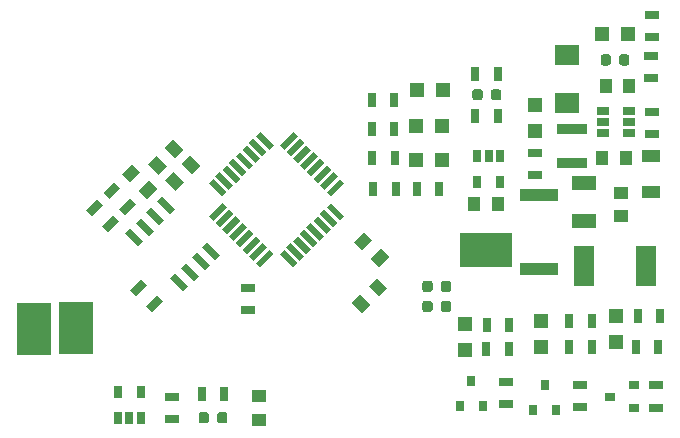
<source format=gbr>
G04 #@! TF.GenerationSoftware,KiCad,Pcbnew,(5.1.10-1-10_14)*
G04 #@! TF.CreationDate,2021-10-01T01:12:16-04:00*
G04 #@! TF.ProjectId,throttle,7468726f-7474-46c6-952e-6b696361645f,rev?*
G04 #@! TF.SameCoordinates,Original*
G04 #@! TF.FileFunction,Paste,Top*
G04 #@! TF.FilePolarity,Positive*
%FSLAX46Y46*%
G04 Gerber Fmt 4.6, Leading zero omitted, Abs format (unit mm)*
G04 Created by KiCad (PCBNEW (5.1.10-1-10_14)) date 2021-10-01 01:12:16*
%MOMM*%
%LPD*%
G01*
G04 APERTURE LIST*
%ADD10C,0.100000*%
%ADD11R,1.250000X1.000000*%
%ADD12R,0.700000X1.300000*%
%ADD13R,1.780000X3.500000*%
%ADD14R,1.000000X1.250000*%
%ADD15R,2.500000X0.900000*%
%ADD16R,2.000000X1.200000*%
%ADD17R,1.300000X0.700000*%
%ADD18R,3.200000X1.000000*%
%ADD19R,1.060000X0.650000*%
%ADD20R,1.600000X1.000000*%
%ADD21R,2.159000X1.778000*%
%ADD22R,1.200000X1.200000*%
%ADD23R,0.900000X0.800000*%
%ADD24R,0.800000X0.900000*%
%ADD25R,0.650000X1.060000*%
%ADD26R,3.000000X4.500000*%
%ADD27R,4.500000X3.000000*%
G04 APERTURE END LIST*
D10*
G36*
X188793666Y-79535445D02*
G01*
X188404757Y-79146536D01*
X189536128Y-78015165D01*
X189925037Y-78404074D01*
X188793666Y-79535445D01*
G37*
G36*
X189359352Y-80101130D02*
G01*
X188970443Y-79712221D01*
X190101814Y-78580850D01*
X190490723Y-78969759D01*
X189359352Y-80101130D01*
G37*
G36*
X189925037Y-80666816D02*
G01*
X189536128Y-80277907D01*
X190667499Y-79146536D01*
X191056408Y-79535445D01*
X189925037Y-80666816D01*
G37*
G36*
X190490722Y-81232501D02*
G01*
X190101813Y-80843592D01*
X191233184Y-79712221D01*
X191622093Y-80101130D01*
X190490722Y-81232501D01*
G37*
G36*
X191056408Y-81798187D02*
G01*
X190667499Y-81409278D01*
X191798870Y-80277907D01*
X192187779Y-80666816D01*
X191056408Y-81798187D01*
G37*
G36*
X191622093Y-82363872D02*
G01*
X191233184Y-81974963D01*
X192364555Y-80843592D01*
X192753464Y-81232501D01*
X191622093Y-82363872D01*
G37*
G36*
X192187779Y-82929557D02*
G01*
X191798870Y-82540648D01*
X192930241Y-81409277D01*
X193319150Y-81798186D01*
X192187779Y-82929557D01*
G37*
G36*
X192753464Y-83495243D02*
G01*
X192364555Y-83106334D01*
X193495926Y-81974963D01*
X193884835Y-82363872D01*
X192753464Y-83495243D01*
G37*
G36*
X195935445Y-83106334D02*
G01*
X195546536Y-83495243D01*
X194415165Y-82363872D01*
X194804074Y-81974963D01*
X195935445Y-83106334D01*
G37*
G36*
X196501130Y-82540648D02*
G01*
X196112221Y-82929557D01*
X194980850Y-81798186D01*
X195369759Y-81409277D01*
X196501130Y-82540648D01*
G37*
G36*
X197066816Y-81974963D02*
G01*
X196677907Y-82363872D01*
X195546536Y-81232501D01*
X195935445Y-80843592D01*
X197066816Y-81974963D01*
G37*
G36*
X197632501Y-81409278D02*
G01*
X197243592Y-81798187D01*
X196112221Y-80666816D01*
X196501130Y-80277907D01*
X197632501Y-81409278D01*
G37*
G36*
X198198187Y-80843592D02*
G01*
X197809278Y-81232501D01*
X196677907Y-80101130D01*
X197066816Y-79712221D01*
X198198187Y-80843592D01*
G37*
G36*
X198763872Y-80277907D02*
G01*
X198374963Y-80666816D01*
X197243592Y-79535445D01*
X197632501Y-79146536D01*
X198763872Y-80277907D01*
G37*
G36*
X199329557Y-79712221D02*
G01*
X198940648Y-80101130D01*
X197809277Y-78969759D01*
X198198186Y-78580850D01*
X199329557Y-79712221D01*
G37*
G36*
X199895243Y-79146536D02*
G01*
X199506334Y-79535445D01*
X198374963Y-78404074D01*
X198763872Y-78015165D01*
X199895243Y-79146536D01*
G37*
G36*
X198763872Y-77484835D02*
G01*
X198374963Y-77095926D01*
X199506334Y-75964555D01*
X199895243Y-76353464D01*
X198763872Y-77484835D01*
G37*
G36*
X198198186Y-76919150D02*
G01*
X197809277Y-76530241D01*
X198940648Y-75398870D01*
X199329557Y-75787779D01*
X198198186Y-76919150D01*
G37*
G36*
X197632501Y-76353464D02*
G01*
X197243592Y-75964555D01*
X198374963Y-74833184D01*
X198763872Y-75222093D01*
X197632501Y-76353464D01*
G37*
G36*
X197066816Y-75787779D02*
G01*
X196677907Y-75398870D01*
X197809278Y-74267499D01*
X198198187Y-74656408D01*
X197066816Y-75787779D01*
G37*
G36*
X196501130Y-75222093D02*
G01*
X196112221Y-74833184D01*
X197243592Y-73701813D01*
X197632501Y-74090722D01*
X196501130Y-75222093D01*
G37*
G36*
X195935445Y-74656408D02*
G01*
X195546536Y-74267499D01*
X196677907Y-73136128D01*
X197066816Y-73525037D01*
X195935445Y-74656408D01*
G37*
G36*
X195369759Y-74090723D02*
G01*
X194980850Y-73701814D01*
X196112221Y-72570443D01*
X196501130Y-72959352D01*
X195369759Y-74090723D01*
G37*
G36*
X194804074Y-73525037D02*
G01*
X194415165Y-73136128D01*
X195546536Y-72004757D01*
X195935445Y-72393666D01*
X194804074Y-73525037D01*
G37*
G36*
X193884835Y-73136128D02*
G01*
X193495926Y-73525037D01*
X192364555Y-72393666D01*
X192753464Y-72004757D01*
X193884835Y-73136128D01*
G37*
G36*
X193319150Y-73701814D02*
G01*
X192930241Y-74090723D01*
X191798870Y-72959352D01*
X192187779Y-72570443D01*
X193319150Y-73701814D01*
G37*
G36*
X192753464Y-74267499D02*
G01*
X192364555Y-74656408D01*
X191233184Y-73525037D01*
X191622093Y-73136128D01*
X192753464Y-74267499D01*
G37*
G36*
X192187779Y-74833184D02*
G01*
X191798870Y-75222093D01*
X190667499Y-74090722D01*
X191056408Y-73701813D01*
X192187779Y-74833184D01*
G37*
G36*
X191622093Y-75398870D02*
G01*
X191233184Y-75787779D01*
X190101813Y-74656408D01*
X190490722Y-74267499D01*
X191622093Y-75398870D01*
G37*
G36*
X191056408Y-75964555D02*
G01*
X190667499Y-76353464D01*
X189536128Y-75222093D01*
X189925037Y-74833184D01*
X191056408Y-75964555D01*
G37*
G36*
X190490723Y-76530241D02*
G01*
X190101814Y-76919150D01*
X188970443Y-75787779D01*
X189359352Y-75398870D01*
X190490723Y-76530241D01*
G37*
G36*
X189925037Y-77095926D02*
G01*
X189536128Y-77484835D01*
X188404757Y-76353464D01*
X188793666Y-75964555D01*
X189925037Y-77095926D01*
G37*
D11*
X192650000Y-94375000D03*
X192650000Y-96375000D03*
D12*
X210968000Y-67096000D03*
X212868000Y-67096000D03*
X220843000Y-90191000D03*
X218943000Y-90191000D03*
X226475000Y-90225000D03*
X224575000Y-90225000D03*
D13*
X225450000Y-83350000D03*
X220170000Y-83350000D03*
D14*
X223725000Y-74200000D03*
X221725000Y-74200000D03*
X222025000Y-68125000D03*
X224025000Y-68125000D03*
G36*
G01*
X221575000Y-66181250D02*
X221575000Y-65668750D01*
G75*
G02*
X221793750Y-65450000I218750J0D01*
G01*
X222231250Y-65450000D01*
G75*
G02*
X222450000Y-65668750I0J-218750D01*
G01*
X222450000Y-66181250D01*
G75*
G02*
X222231250Y-66400000I-218750J0D01*
G01*
X221793750Y-66400000D01*
G75*
G02*
X221575000Y-66181250I0J218750D01*
G01*
G37*
G36*
G01*
X223150000Y-66181250D02*
X223150000Y-65668750D01*
G75*
G02*
X223368750Y-65450000I218750J0D01*
G01*
X223806250Y-65450000D01*
G75*
G02*
X224025000Y-65668750I0J-218750D01*
G01*
X224025000Y-66181250D01*
G75*
G02*
X223806250Y-66400000I-218750J0D01*
G01*
X223368750Y-66400000D01*
G75*
G02*
X223150000Y-66181250I0J218750D01*
G01*
G37*
D15*
X219175000Y-71775000D03*
X219175000Y-74675000D03*
D16*
X220200000Y-76375000D03*
X220200000Y-79575000D03*
D17*
X225900000Y-72200000D03*
X225900000Y-70300000D03*
X225875000Y-65550000D03*
X225875000Y-67450000D03*
D18*
X216350000Y-83600000D03*
X216350000Y-77400000D03*
D19*
X223975000Y-72150000D03*
X223975000Y-71200000D03*
X223975000Y-70250000D03*
X221775000Y-70250000D03*
X221775000Y-72150000D03*
X221775000Y-71200000D03*
D20*
X225850000Y-77075000D03*
X225850000Y-74075000D03*
D11*
X223275000Y-77175000D03*
X223275000Y-79175000D03*
D21*
X218775000Y-69607000D03*
X218775000Y-65543000D03*
D22*
X221675000Y-63750000D03*
X223875000Y-63750000D03*
D17*
X225900000Y-64000000D03*
X225900000Y-62100000D03*
D14*
X210850000Y-78150000D03*
X212850000Y-78150000D03*
D10*
G36*
X186995495Y-75588388D02*
G01*
X186111612Y-74704505D01*
X186818719Y-73997398D01*
X187702602Y-74881281D01*
X186995495Y-75588388D01*
G37*
G36*
X185581281Y-77002602D02*
G01*
X184697398Y-76118719D01*
X185404505Y-75411612D01*
X186288388Y-76295495D01*
X185581281Y-77002602D01*
G37*
G36*
X184156281Y-75652602D02*
G01*
X183272398Y-74768719D01*
X183979505Y-74061612D01*
X184863388Y-74945495D01*
X184156281Y-75652602D01*
G37*
G36*
X185570495Y-74238388D02*
G01*
X184686612Y-73354505D01*
X185393719Y-72647398D01*
X186277602Y-73531281D01*
X185570495Y-74238388D01*
G37*
G36*
X202086612Y-82770495D02*
G01*
X202970495Y-81886612D01*
X203677602Y-82593719D01*
X202793719Y-83477602D01*
X202086612Y-82770495D01*
G37*
G36*
X200672398Y-81356281D02*
G01*
X201556281Y-80472398D01*
X202263388Y-81179505D01*
X201379505Y-82063388D01*
X200672398Y-81356281D01*
G37*
G36*
X202820495Y-85938388D02*
G01*
X201936612Y-85054505D01*
X202643719Y-84347398D01*
X203527602Y-85231281D01*
X202820495Y-85938388D01*
G37*
G36*
X201406281Y-87352602D02*
G01*
X200522398Y-86468719D01*
X201229505Y-85761612D01*
X202113388Y-86645495D01*
X201406281Y-87352602D01*
G37*
G36*
X184027602Y-76818719D02*
G01*
X183143719Y-77702602D01*
X182436612Y-76995495D01*
X183320495Y-76111612D01*
X184027602Y-76818719D01*
G37*
G36*
X182613388Y-75404505D02*
G01*
X181729505Y-76288388D01*
X181022398Y-75581281D01*
X181906281Y-74697398D01*
X182613388Y-75404505D01*
G37*
D22*
X205950000Y-74400000D03*
X208150000Y-74400000D03*
X205950000Y-71500000D03*
X208150000Y-71500000D03*
X208200000Y-68450000D03*
X206000000Y-68450000D03*
X222859000Y-87636000D03*
X222859000Y-89836000D03*
X216550000Y-88046000D03*
X216550000Y-90246000D03*
X210125000Y-88300000D03*
X210125000Y-90500000D03*
X216000000Y-71945000D03*
X216000000Y-69745000D03*
D23*
X222339000Y-94431000D03*
X224439000Y-93481000D03*
X224439000Y-95381000D03*
D24*
X216843000Y-93466000D03*
X217793000Y-95566000D03*
X215893000Y-95566000D03*
X210639000Y-93111000D03*
X211589000Y-95211000D03*
X209689000Y-95211000D03*
D17*
X185325000Y-96325000D03*
X185325000Y-94425000D03*
G36*
G01*
X208050000Y-87056250D02*
X208050000Y-86543750D01*
G75*
G02*
X208268750Y-86325000I218750J0D01*
G01*
X208706250Y-86325000D01*
G75*
G02*
X208925000Y-86543750I0J-218750D01*
G01*
X208925000Y-87056250D01*
G75*
G02*
X208706250Y-87275000I-218750J0D01*
G01*
X208268750Y-87275000D01*
G75*
G02*
X208050000Y-87056250I0J218750D01*
G01*
G37*
G36*
G01*
X206475000Y-87056250D02*
X206475000Y-86543750D01*
G75*
G02*
X206693750Y-86325000I218750J0D01*
G01*
X207131250Y-86325000D01*
G75*
G02*
X207350000Y-86543750I0J-218750D01*
G01*
X207350000Y-87056250D01*
G75*
G02*
X207131250Y-87275000I-218750J0D01*
G01*
X206693750Y-87275000D01*
G75*
G02*
X206475000Y-87056250I0J218750D01*
G01*
G37*
G36*
G01*
X208925000Y-84843750D02*
X208925000Y-85356250D01*
G75*
G02*
X208706250Y-85575000I-218750J0D01*
G01*
X208268750Y-85575000D01*
G75*
G02*
X208050000Y-85356250I0J218750D01*
G01*
X208050000Y-84843750D01*
G75*
G02*
X208268750Y-84625000I218750J0D01*
G01*
X208706250Y-84625000D01*
G75*
G02*
X208925000Y-84843750I0J-218750D01*
G01*
G37*
G36*
G01*
X207350000Y-84843750D02*
X207350000Y-85356250D01*
G75*
G02*
X207131250Y-85575000I-218750J0D01*
G01*
X206693750Y-85575000D01*
G75*
G02*
X206475000Y-85356250I0J218750D01*
G01*
X206475000Y-84843750D01*
G75*
G02*
X206693750Y-84625000I218750J0D01*
G01*
X207131250Y-84625000D01*
G75*
G02*
X207350000Y-84843750I0J-218750D01*
G01*
G37*
G36*
G01*
X189112500Y-96481250D02*
X189112500Y-95968750D01*
G75*
G02*
X189331250Y-95750000I218750J0D01*
G01*
X189768750Y-95750000D01*
G75*
G02*
X189987500Y-95968750I0J-218750D01*
G01*
X189987500Y-96481250D01*
G75*
G02*
X189768750Y-96700000I-218750J0D01*
G01*
X189331250Y-96700000D01*
G75*
G02*
X189112500Y-96481250I0J218750D01*
G01*
G37*
G36*
G01*
X187537500Y-96481250D02*
X187537500Y-95968750D01*
G75*
G02*
X187756250Y-95750000I218750J0D01*
G01*
X188193750Y-95750000D01*
G75*
G02*
X188412500Y-95968750I0J-218750D01*
G01*
X188412500Y-96481250D01*
G75*
G02*
X188193750Y-96700000I-218750J0D01*
G01*
X187756250Y-96700000D01*
G75*
G02*
X187537500Y-96481250I0J218750D01*
G01*
G37*
D12*
X189700000Y-94225000D03*
X187800000Y-94225000D03*
X204134000Y-74196000D03*
X202234000Y-74196000D03*
X202200000Y-71775000D03*
X204100000Y-71775000D03*
X204100000Y-69350000D03*
X202200000Y-69350000D03*
G36*
G01*
X213168500Y-68617750D02*
X213168500Y-69130250D01*
G75*
G02*
X212949750Y-69349000I-218750J0D01*
G01*
X212512250Y-69349000D01*
G75*
G02*
X212293500Y-69130250I0J218750D01*
G01*
X212293500Y-68617750D01*
G75*
G02*
X212512250Y-68399000I218750J0D01*
G01*
X212949750Y-68399000D01*
G75*
G02*
X213168500Y-68617750I0J-218750D01*
G01*
G37*
G36*
G01*
X211593500Y-68617750D02*
X211593500Y-69130250D01*
G75*
G02*
X211374750Y-69349000I-218750J0D01*
G01*
X210937250Y-69349000D01*
G75*
G02*
X210718500Y-69130250I0J218750D01*
G01*
X210718500Y-68617750D01*
G75*
G02*
X210937250Y-68399000I218750J0D01*
G01*
X211374750Y-68399000D01*
G75*
G02*
X211593500Y-68617750I0J-218750D01*
G01*
G37*
X210968000Y-70652000D03*
X212868000Y-70652000D03*
X224714000Y-87631000D03*
X226614000Y-87631000D03*
D17*
X226275000Y-93481000D03*
X226275000Y-95381000D03*
D12*
X220843000Y-88041000D03*
X218943000Y-88041000D03*
D17*
X219843000Y-93441000D03*
X219843000Y-95341000D03*
D12*
X211925000Y-88350000D03*
X213825000Y-88350000D03*
X211914000Y-90361000D03*
X213814000Y-90361000D03*
D17*
X213589000Y-95086000D03*
X213589000Y-93186000D03*
D10*
G36*
X180913605Y-76769366D02*
G01*
X179994366Y-77688605D01*
X179499391Y-77193630D01*
X180418630Y-76274391D01*
X180913605Y-76769366D01*
G37*
G36*
X182257107Y-78112868D02*
G01*
X181337868Y-79032107D01*
X180842893Y-78537132D01*
X181762132Y-77617893D01*
X182257107Y-78112868D01*
G37*
D17*
X216050000Y-73770000D03*
X216050000Y-75670000D03*
D10*
G36*
X180778858Y-79559619D02*
G01*
X179859619Y-80478858D01*
X179364644Y-79983883D01*
X180283883Y-79064644D01*
X180778858Y-79559619D01*
G37*
G36*
X179435356Y-78216117D02*
G01*
X178516117Y-79135356D01*
X178021142Y-78640381D01*
X178940381Y-77721142D01*
X179435356Y-78216117D01*
G37*
G36*
X183185356Y-84991117D02*
G01*
X182266117Y-85910356D01*
X181771142Y-85415381D01*
X182690381Y-84496142D01*
X183185356Y-84991117D01*
G37*
G36*
X184528858Y-86334619D02*
G01*
X183609619Y-87253858D01*
X183114644Y-86758883D01*
X184033883Y-85839644D01*
X184528858Y-86334619D01*
G37*
D12*
X206025000Y-76850000D03*
X207925000Y-76850000D03*
X204250000Y-76850000D03*
X202350000Y-76850000D03*
D25*
X180733000Y-94040000D03*
X182633000Y-94040000D03*
X182633000Y-96240000D03*
X181683000Y-96240000D03*
X180733000Y-96240000D03*
X213056000Y-76240000D03*
X211156000Y-76240000D03*
X211156000Y-74040000D03*
X212106000Y-74040000D03*
X213056000Y-74040000D03*
D10*
G36*
X182853913Y-81273726D02*
G01*
X182429649Y-81697990D01*
X181333633Y-80601974D01*
X181757897Y-80177710D01*
X182853913Y-81273726D01*
G37*
G36*
X183751939Y-80375700D02*
G01*
X183327675Y-80799964D01*
X182231659Y-79703948D01*
X182655923Y-79279684D01*
X183751939Y-80375700D01*
G37*
G36*
X184649964Y-79477675D02*
G01*
X184225700Y-79901939D01*
X183129684Y-78805923D01*
X183553948Y-78381659D01*
X184649964Y-79477675D01*
G37*
G36*
X185547990Y-78579649D02*
G01*
X185123726Y-79003913D01*
X184027710Y-77907897D01*
X184451974Y-77483633D01*
X185547990Y-78579649D01*
G37*
G36*
X189366367Y-82398026D02*
G01*
X188942103Y-82822290D01*
X187846087Y-81726274D01*
X188270351Y-81302010D01*
X189366367Y-82398026D01*
G37*
G36*
X188468341Y-83296052D02*
G01*
X188044077Y-83720316D01*
X186948061Y-82624300D01*
X187372325Y-82200036D01*
X188468341Y-83296052D01*
G37*
G36*
X187570316Y-84194077D02*
G01*
X187146052Y-84618341D01*
X186050036Y-83522325D01*
X186474300Y-83098061D01*
X187570316Y-84194077D01*
G37*
G36*
X186672290Y-85092103D02*
G01*
X186248026Y-85516367D01*
X185152010Y-84420351D01*
X185576274Y-83996087D01*
X186672290Y-85092103D01*
G37*
D17*
X191750000Y-85200000D03*
X191750000Y-87100000D03*
D26*
X177150000Y-88600000D03*
D27*
X211850000Y-82025000D03*
D26*
X173600000Y-88675000D03*
M02*

</source>
